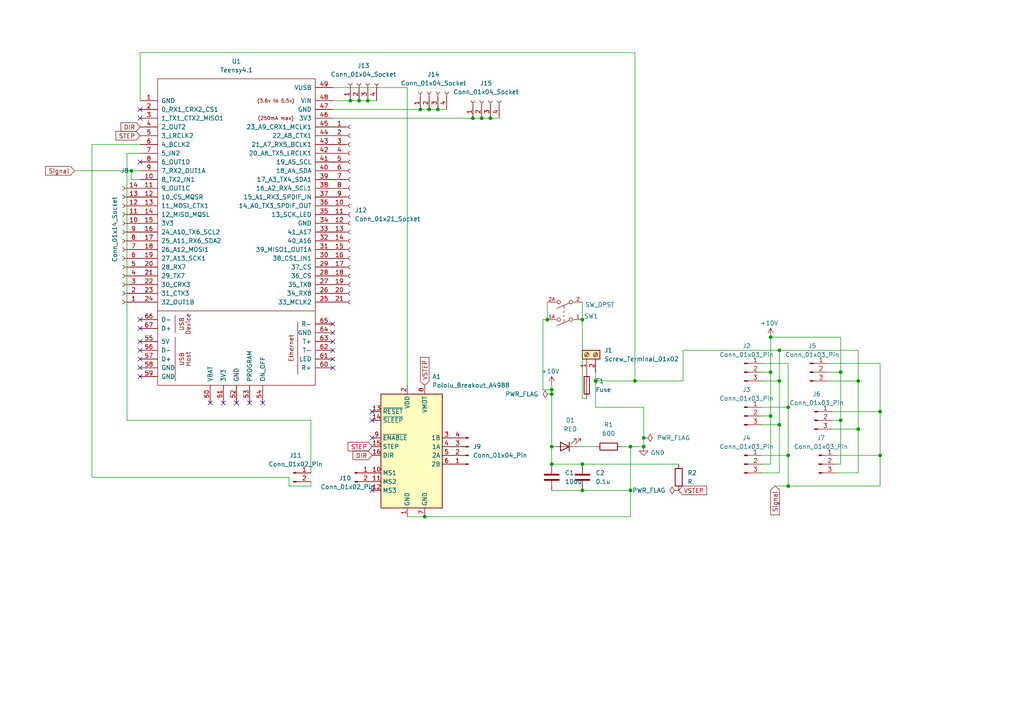
<source format=kicad_sch>
(kicad_sch (version 20231120) (generator "eeschema") (generator_version "8.0")
  (paper "A4")
  (lib_symbols
    (symbol "Connector:Conn_01x02_Pin" (pin_names (offset 1.016) hide)
      (property "Reference" "J" (at 0 2.54 0))
      (property "Value" "Conn_01x02_Pin" (at 0 -5.08 0))
      (symbol "Conn_01x02_Pin_1_1"
        (polyline (pts (xy 1.27 -2.54) (xy 0.8636 -2.54)) (stroke (width 0.1524)))
        (polyline (pts (xy 1.27 0) (xy 0.8636 0)) (stroke (width 0.1524)))
        (rectangle (start 0.8636 -2.413) (end 0 -2.667) (stroke (width 0.1524)) (fill (type outline)))
        (rectangle (start 0.8636 0.127) (end 0 -0.127) (stroke (width 0.1524)) (fill (type outline)))
        (pin passive line (at 5.08 0 180) (length 3.81) (name "Pin_1") (number "1"))
        (pin passive line (at 5.08 -2.54 180) (length 3.81) (name "Pin_2") (number "2"))
      )
    )
    (symbol "Connector:Conn_01x03_Pin" (pin_names (offset 1.016) hide)
      (property "Reference" "J" (at 0 5.08 0))
      (property "Value" "Conn_01x03_Pin" (at 0 -5.08 0))
      (symbol "Conn_01x03_Pin_1_1"
        (polyline (pts (xy 1.27 -2.54) (xy 0.8636 -2.54)) (stroke (width 0.1524)))
        (polyline (pts (xy 1.27 0) (xy 0.8636 0)) (stroke (width 0.1524)))
        (polyline (pts (xy 1.27 2.54) (xy 0.8636 2.54)) (stroke (width 0.1524)))
        (rectangle (start 0.8636 -2.413) (end 0 -2.667) (stroke (width 0.1524)) (fill (type outline)))
        (rectangle (start 0.8636 0.127) (end 0 -0.127) (stroke (width 0.1524)) (fill (type outline)))
        (rectangle (start 0.8636 2.667) (end 0 2.413) (stroke (width 0.1524)) (fill (type outline)))
        (pin passive line (at 5.08 2.54 180) (length 3.81) (name "Pin_1") (number "1"))
        (pin passive line (at 5.08 0 180) (length 3.81) (name "Pin_2") (number "2"))
        (pin passive line (at 5.08 -2.54 180) (length 3.81) (name "Pin_3") (number "3"))
      )
    )
    (symbol "Connector:Conn_01x04_Pin" (pin_names (offset 1.016) hide)
      (property "Reference" "J" (at 0 5.08 0))
      (property "Value" "Conn_01x04_Pin" (at 0 -7.62 0))
      (symbol "Conn_01x04_Pin_1_1"
        (polyline (pts (xy 1.27 -5.08) (xy 0.8636 -5.08)) (stroke (width 0.1524)))
        (polyline (pts (xy 1.27 -2.54) (xy 0.8636 -2.54)) (stroke (width 0.1524)))
        (polyline (pts (xy 1.27 0) (xy 0.8636 0)) (stroke (width 0.1524)))
        (polyline (pts (xy 1.27 2.54) (xy 0.8636 2.54)) (stroke (width 0.1524)))
        (rectangle (start 0.8636 -4.953) (end 0 -5.207) (stroke (width 0.1524)) (fill (type outline)))
        (rectangle (start 0.8636 -2.413) (end 0 -2.667) (stroke (width 0.1524)) (fill (type outline)))
        (rectangle (start 0.8636 0.127) (end 0 -0.127) (stroke (width 0.1524)) (fill (type outline)))
        (rectangle (start 0.8636 2.667) (end 0 2.413) (stroke (width 0.1524)) (fill (type outline)))
        (pin passive line (at 5.08 2.54 180) (length 3.81) (name "Pin_1") (number "1"))
        (pin passive line (at 5.08 0 180) (length 3.81) (name "Pin_2") (number "2"))
        (pin passive line (at 5.08 -2.54 180) (length 3.81) (name "Pin_3") (number "3"))
        (pin passive line (at 5.08 -5.08 180) (length 3.81) (name "Pin_4") (number "4"))
      )
    )
    (symbol "Connector:Conn_01x04_Socket" (pin_names (offset 1.016) hide)
      (property "Reference" "J" (at 0 5.08 0))
      (property "Value" "Conn_01x04_Socket" (at 0 -7.62 0))
      (symbol "Conn_01x04_Socket_1_1"
        (arc (start 0 -4.572) (mid -0.5058 -5.08) (end 0 -5.588) (stroke (width 0.1524)))
        (arc (start 0 -2.032) (mid -0.5058 -2.54) (end 0 -3.048) (stroke (width 0.1524)))
        (polyline (pts (xy -1.27 -5.08) (xy -0.508 -5.08)) (stroke (width 0.1524)))
        (polyline (pts (xy -1.27 -2.54) (xy -0.508 -2.54)) (stroke (width 0.1524)))
        (polyline (pts (xy -1.27 0) (xy -0.508 0)) (stroke (width 0.1524)))
        (polyline (pts (xy -1.27 2.54) (xy -0.508 2.54)) (stroke (width 0.1524)))
        (arc (start 0 0.508) (mid -0.5058 0) (end 0 -0.508) (stroke (width 0.1524)))
        (arc (start 0 3.048) (mid -0.5058 2.54) (end 0 2.032) (stroke (width 0.1524)))
        (pin passive line (at -5.08 2.54 0) (length 3.81) (name "Pin_1") (number "1"))
        (pin passive line (at -5.08 0 0) (length 3.81) (name "Pin_2") (number "2"))
        (pin passive line (at -5.08 -2.54 0) (length 3.81) (name "Pin_3") (number "3"))
        (pin passive line (at -5.08 -5.08 0) (length 3.81) (name "Pin_4") (number "4"))
      )
    )
    (symbol "Connector:Conn_01x14_Socket" (pin_names (offset 1.016) hide)
      (property "Reference" "J" (at 0 17.78 0))
      (property "Value" "Conn_01x14_Socket" (at 0 -20.32 0))
      (symbol "Conn_01x14_Socket_1_1"
        (arc (start 0 -17.272) (mid -0.5058 -17.78) (end 0 -18.288) (stroke (width 0.1524)))
        (arc (start 0 -14.732) (mid -0.5058 -15.24) (end 0 -15.748) (stroke (width 0.1524)))
        (arc (start 0 -12.192) (mid -0.5058 -12.7) (end 0 -13.208) (stroke (width 0.1524)))
        (arc (start 0 -9.652) (mid -0.5058 -10.16) (end 0 -10.668) (stroke (width 0.1524)))
        (arc (start 0 -7.112) (mid -0.5058 -7.62) (end 0 -8.128) (stroke (width 0.1524)))
        (arc (start 0 -4.572) (mid -0.5058 -5.08) (end 0 -5.588) (stroke (width 0.1524)))
        (arc (start 0 -2.032) (mid -0.5058 -2.54) (end 0 -3.048) (stroke (width 0.1524)))
        (polyline (pts (xy -1.27 -17.78) (xy -0.508 -17.78)) (stroke (width 0.1524)))
        (polyline (pts (xy -1.27 -15.24) (xy -0.508 -15.24)) (stroke (width 0.1524)))
        (polyline (pts (xy -1.27 -12.7) (xy -0.508 -12.7)) (stroke (width 0.1524)))
        (polyline (pts (xy -1.27 -10.16) (xy -0.508 -10.16)) (stroke (width 0.1524)))
        (polyline (pts (xy -1.27 -7.62) (xy -0.508 -7.62)) (stroke (width 0.1524)))
        (polyline (pts (xy -1.27 -5.08) (xy -0.508 -5.08)) (stroke (width 0.1524)))
        (polyline (pts (xy -1.27 -2.54) (xy -0.508 -2.54)) (stroke (width 0.1524)))
        (polyline (pts (xy -1.27 0) (xy -0.508 0)) (stroke (width 0.1524)))
        (polyline (pts (xy -1.27 2.54) (xy -0.508 2.54)) (stroke (width 0.1524)))
        (polyline (pts (xy -1.27 5.08) (xy -0.508 5.08)) (stroke (width 0.1524)))
        (polyline (pts (xy -1.27 7.62) (xy -0.508 7.62)) (stroke (width 0.1524)))
        (polyline (pts (xy -1.27 10.16) (xy -0.508 10.16)) (stroke (width 0.1524)))
        (polyline (pts (xy -1.27 12.7) (xy -0.508 12.7)) (stroke (width 0.1524)))
        (polyline (pts (xy -1.27 15.24) (xy -0.508 15.24)) (stroke (width 0.1524)))
        (arc (start 0 0.508) (mid -0.5058 0) (end 0 -0.508) (stroke (width 0.1524)))
        (arc (start 0 3.048) (mid -0.5058 2.54) (end 0 2.032) (stroke (width 0.1524)))
        (arc (start 0 5.588) (mid -0.5058 5.08) (end 0 4.572) (stroke (width 0.1524)))
        (arc (start 0 8.128) (mid -0.5058 7.62) (end 0 7.112) (stroke (width 0.1524)))
        (arc (start 0 10.668) (mid -0.5058 10.16) (end 0 9.652) (stroke (width 0.1524)))
        (arc (start 0 13.208) (mid -0.5058 12.7) (end 0 12.192) (stroke (width 0.1524)))
        (arc (start 0 15.748) (mid -0.5058 15.24) (end 0 14.732) (stroke (width 0.1524)))
        (pin passive line (at -5.08 15.24 0) (length 3.81) (name "Pin_1") (number "1"))
        (pin passive line (at -5.08 -7.62 0) (length 3.81) (name "Pin_10") (number "10"))
        (pin passive line (at -5.08 -10.16 0) (length 3.81) (name "Pin_11") (number "11"))
        (pin passive line (at -5.08 -12.7 0) (length 3.81) (name "Pin_12") (number "12"))
        (pin passive line (at -5.08 -15.24 0) (length 3.81) (name "Pin_13") (number "13"))
        (pin passive line (at -5.08 -17.78 0) (length 3.81) (name "Pin_14") (number "14"))
        (pin passive line (at -5.08 12.7 0) (length 3.81) (name "Pin_2") (number "2"))
        (pin passive line (at -5.08 10.16 0) (length 3.81) (name "Pin_3") (number "3"))
        (pin passive line (at -5.08 7.62 0) (length 3.81) (name "Pin_4") (number "4"))
        (pin passive line (at -5.08 5.08 0) (length 3.81) (name "Pin_5") (number "5"))
        (pin passive line (at -5.08 2.54 0) (length 3.81) (name "Pin_6") (number "6"))
        (pin passive line (at -5.08 0 0) (length 3.81) (name "Pin_7") (number "7"))
        (pin passive line (at -5.08 -2.54 0) (length 3.81) (name "Pin_8") (number "8"))
        (pin passive line (at -5.08 -5.08 0) (length 3.81) (name "Pin_9") (number "9"))
      )
    )
    (symbol "Connector:Conn_01x21_Socket" (pin_names (offset 1.016) hide)
      (property "Reference" "J" (at 0 27.94 0))
      (property "Value" "Conn_01x21_Socket" (at 0 -27.94 0))
      (symbol "Conn_01x21_Socket_1_1"
        (arc (start 0 -24.892) (mid -0.5058 -25.4) (end 0 -25.908) (stroke (width 0.1524)))
        (arc (start 0 -22.352) (mid -0.5058 -22.86) (end 0 -23.368) (stroke (width 0.1524)))
        (arc (start 0 -19.812) (mid -0.5058 -20.32) (end 0 -20.828) (stroke (width 0.1524)))
        (arc (start 0 -17.272) (mid -0.5058 -17.78) (end 0 -18.288) (stroke (width 0.1524)))
        (arc (start 0 -14.732) (mid -0.5058 -15.24) (end 0 -15.748) (stroke (width 0.1524)))
        (arc (start 0 -12.192) (mid -0.5058 -12.7) (end 0 -13.208) (stroke (width 0.1524)))
        (arc (start 0 -9.652) (mid -0.5058 -10.16) (end 0 -10.668) (stroke (width 0.1524)))
        (arc (start 0 -7.112) (mid -0.5058 -7.62) (end 0 -8.128) (stroke (width 0.1524)))
        (arc (start 0 -4.572) (mid -0.5058 -5.08) (end 0 -5.588) (stroke (width 0.1524)))
        (arc (start 0 -2.032) (mid -0.5058 -2.54) (end 0 -3.048) (stroke (width 0.1524)))
        (polyline (pts (xy -1.27 -25.4) (xy -0.508 -25.4)) (stroke (width 0.1524)))
        (polyline (pts (xy -1.27 -22.86) (xy -0.508 -22.86)) (stroke (width 0.1524)))
        (polyline (pts (xy -1.27 -20.32) (xy -0.508 -20.32)) (stroke (width 0.1524)))
        (polyline (pts (xy -1.27 -17.78) (xy -0.508 -17.78)) (stroke (width 0.1524)))
        (polyline (pts (xy -1.27 -15.24) (xy -0.508 -15.24)) (stroke (width 0.1524)))
        (polyline (pts (xy -1.27 -12.7) (xy -0.508 -12.7)) (stroke (width 0.1524)))
        (polyline (pts (xy -1.27 -10.16) (xy -0.508 -10.16)) (stroke (width 0.1524)))
        (polyline (pts (xy -1.27 -7.62) (xy -0.508 -7.62)) (stroke (width 0.1524)))
        (polyline (pts (xy -1.27 -5.08) (xy -0.508 -5.08)) (stroke (width 0.1524)))
        (polyline (pts (xy -1.27 -2.54) (xy -0.508 -2.54)) (stroke (width 0.1524)))
        (polyline (pts (xy -1.27 0) (xy -0.508 0)) (stroke (width 0.1524)))
        (polyline (pts (xy -1.27 2.54) (xy -0.508 2.54)) (stroke (width 0.1524)))
        (polyline (pts (xy -1.27 5.08) (xy -0.508 5.08)) (stroke (width 0.1524)))
        (polyline (pts (xy -1.27 7.62) (xy -0.508 7.62)) (stroke (width 0.1524)))
        (polyline (pts (xy -1.27 10.16) (xy -0.508 10.16)) (stroke (width 0.1524)))
        (polyline (pts (xy -1.27 12.7) (xy -0.508 12.7)) (stroke (width 0.1524)))
        (polyline (pts (xy -1.27 15.24) (xy -0.508 15.24)) (stroke (width 0.1524)))
        (polyline (pts (xy -1.27 17.78) (xy -0.508 17.78)) (stroke (width 0.1524)))
        (polyline (pts (xy -1.27 20.32) (xy -0.508 20.32)) (stroke (width 0.1524)))
        (polyline (pts (xy -1.27 22.86) (xy -0.508 22.86)) (stroke (width 0.1524)))
        (polyline (pts (xy -1.27 25.4) (xy -0.508 25.4)) (stroke (width 0.1524)))
        (arc (start 0 0.508) (mid -0.5058 0) (end 0 -0.508) (stroke (width 0.1524)))
        (arc (start 0 3.048) (mid -0.5058 2.54) (end 0 2.032) (stroke (width 0.1524)))
        (arc (start 0 5.588) (mid -0.5058 5.08) (end 0 4.572) (stroke (width 0.1524)))
        (arc (start 0 8.128) (mid -0.5058 7.62) (end 0 7.112) (stroke (width 0.1524)))
        (arc (start 0 10.668) (mid -0.5058 10.16) (end 0 9.652) (stroke (width 0.1524)))
        (arc (start 0 13.208) (mid -0.5058 12.7) (end 0 12.192) (stroke (width 0.1524)))
        (arc (start 0 15.748) (mid -0.5058 15.24) (end 0 14.732) (stroke (width 0.1524)))
        (arc (start 0 18.288) (mid -0.5058 17.78) (end 0 17.272) (stroke (width 0.1524)))
        (arc (start 0 20.828) (mid -0.5058 20.32) (end 0 19.812) (stroke (width 0.1524)))
        (arc (start 0 23.368) (mid -0.5058 22.86) (end 0 22.352) (stroke (width 0.1524)))
        (arc (start 0 25.908) (mid -0.5058 25.4) (end 0 24.892) (stroke (width 0.1524)))
        (pin passive line (at -5.08 25.4 0) (length 3.81) (name "Pin_1") (number "1"))
        (pin passive line (at -5.08 2.54 0) (length 3.81) (name "Pin_10") (number "10"))
        (pin passive line (at -5.08 0 0) (length 3.81) (name "Pin_11") (number "11"))
        (pin passive line (at -5.08 -2.54 0) (length 3.81) (name "Pin_12") (number "12"))
        (pin passive line (at -5.08 -5.08 0) (length 3.81) (name "Pin_13") (number "13"))
        (pin passive line (at -5.08 -7.62 0) (length 3.81) (name "Pin_14") (number "14"))
        (pin passive line (at -5.08 -10.16 0) (length 3.81) (name "Pin_15") (number "15"))
        (pin passive line (at -5.08 -12.7 0) (length 3.81) (name "Pin_16") (number "16"))
        (pin passive line (at -5.08 -15.24 0) (length 3.81) (name "Pin_17") (number "17"))
        (pin passive line (at -5.08 -17.78 0) (length 3.81) (name "Pin_18") (number "18"))
        (pin passive line (at -5.08 -20.32 0) (length 3.81) (name "Pin_19") (number "19"))
        (pin passive line (at -5.08 22.86 0) (length 3.81) (name "Pin_2") (number "2"))
        (pin passive line (at -5.08 -22.86 0) (length 3.81) (name "Pin_20") (number "20"))
        (pin passive line (at -5.08 -25.4 0) (length 3.81) (name "Pin_21") (number "21"))
        (pin passive line (at -5.08 20.32 0) (length 3.81) (name "Pin_3") (number "3"))
        (pin passive line (at -5.08 17.78 0) (length 3.81) (name "Pin_4") (number "4"))
        (pin passive line (at -5.08 15.24 0) (length 3.81) (name "Pin_5") (number "5"))
        (pin passive line (at -5.08 12.7 0) (length 3.81) (name "Pin_6") (number "6"))
        (pin passive line (at -5.08 10.16 0) (length 3.81) (name "Pin_7") (number "7"))
        (pin passive line (at -5.08 7.62 0) (length 3.81) (name "Pin_8") (number "8"))
        (pin passive line (at -5.08 5.08 0) (length 3.81) (name "Pin_9") (number "9"))
      )
    )
    (symbol "Connector:Screw_Terminal_01x02" (pin_names (offset 1.016) hide)
      (property "Reference" "J" (at 0 2.54 0))
      (property "Value" "Screw_Terminal_01x02" (at 0 -5.08 0))
      (symbol "Screw_Terminal_01x02_1_1"
        (rectangle (start -1.27 1.27) (end 1.27 -3.81) (stroke (width 0.254)) (fill (type background)))
        (circle (center 0 -2.54) (radius 0.635) (stroke (width 0.1524)))
        (polyline (pts (xy -0.5334 -2.2098) (xy 0.3302 -3.048)) (stroke (width 0.1524)))
        (polyline (pts (xy -0.5334 0.3302) (xy 0.3302 -0.508)) (stroke (width 0.1524)))
        (polyline (pts (xy -0.3556 -2.032) (xy 0.508 -2.8702)) (stroke (width 0.1524)))
        (polyline (pts (xy -0.3556 0.508) (xy 0.508 -0.3302)) (stroke (width 0.1524)))
        (circle (center 0 0) (radius 0.635) (stroke (width 0.1524)))
        (pin passive line (at -5.08 0 0) (length 3.81) (name "Pin_1") (number "1"))
        (pin passive line (at -5.08 -2.54 0) (length 3.81) (name "Pin_2") (number "2"))
      )
    )
    (symbol "Device:C" (pin_numbers hide) (pin_names (offset 0.254))
      (property "Reference" "C" (at 0.635 2.54 0))
      (property "Value" "C" (at 0.635 -2.54 0))
      (symbol "C_0_1"
        (polyline (pts (xy -2.032 -0.762) (xy 2.032 -0.762)) (stroke (width 0.508)))
        (polyline (pts (xy -2.032 0.762) (xy 2.032 0.762)) (stroke (width 0.508)))
      )
      (symbol "C_1_1"
        (pin passive line (at 0 3.81 270) (length 2.794) (name "~") (number "1"))
        (pin passive line (at 0 -3.81 90) (length 2.794) (name "~") (number "2"))
      )
    )
    (symbol "Device:Fuse" (pin_numbers hide) (pin_names (offset 0))
      (property "Reference" "F" (at 2.032 0 90))
      (property "Value" "Fuse" (at -1.905 0 90))
      (symbol "Fuse_0_1"
        (rectangle (start -0.762 -2.54) (end 0.762 2.54) (stroke (width 0.254)))
        (polyline (pts (xy 0 2.54) (xy 0 -2.54)))
      )
      (symbol "Fuse_1_1"
        (pin passive line (at 0 3.81 270) (length 1.27) (name "~") (number "1"))
        (pin passive line (at 0 -3.81 90) (length 1.27) (name "~") (number "2"))
      )
    )
    (symbol "Device:LED" (pin_numbers hide) (pin_names (offset 1.016) hide)
      (property "Reference" "D" (at 0 2.54 0))
      (property "Value" "LED" (at 0 -2.54 0))
      (symbol "LED_0_1"
        (polyline (pts (xy -1.27 -1.27) (xy -1.27 1.27)) (stroke (width 0.254)))
        (polyline (pts (xy -1.27 0) (xy 1.27 0)))
        (polyline (pts (xy 1.27 -1.27) (xy 1.27 1.27) (xy -1.27 0) (xy 1.27 -1.27)) (stroke (width 0.254)))
        (polyline (pts (xy -3.048 -0.762) (xy -4.572 -2.286) (xy -3.81 -2.286) (xy -4.572 -2.286) (xy -4.572 -1.524)))
        (polyline (pts (xy -1.778 -0.762) (xy -3.302 -2.286) (xy -2.54 -2.286) (xy -3.302 -2.286) (xy -3.302 -1.524)))
      )
      (symbol "LED_1_1"
        (pin passive line (at -3.81 0 0) (length 2.54) (name "K") (number "1"))
        (pin passive line (at 3.81 0 180) (length 2.54) (name "A") (number "2"))
      )
    )
    (symbol "Device:R" (pin_numbers hide) (pin_names (offset 0))
      (property "Reference" "R" (at 2.032 0 90))
      (property "Value" "R" (at 0 0 90))
      (symbol "R_0_1"
        (rectangle (start -1.016 -2.54) (end 1.016 2.54) (stroke (width 0.254)))
      )
      (symbol "R_1_1"
        (pin passive line (at 0 3.81 270) (length 1.27) (name "~") (number "1"))
        (pin passive line (at 0 -3.81 90) (length 1.27) (name "~") (number "2"))
      )
    )
    (symbol "Driver_Motor:Pololu_Breakout_A4988"
      (property "Reference" "A" (at -2.54 19.05 0))
      (property "Value" "Pololu_Breakout_A4988" (at -2.54 16.51 0))
      (symbol "Pololu_Breakout_A4988_0_1"
        (rectangle (start 10.16 -17.78) (end -7.62 15.24) (stroke (width 0.254)) (fill (type background)))
      )
      (symbol "Pololu_Breakout_A4988_1_1"
        (pin power_in line (at 0 -20.32 90) (length 2.54) (name "GND") (number "1"))
        (pin input line (at -10.16 -7.62 0) (length 2.54) (name "MS1") (number "10"))
        (pin input line (at -10.16 -10.16 0) (length 2.54) (name "MS2") (number "11"))
        (pin input line (at -10.16 -12.7 0) (length 2.54) (name "MS3") (number "12"))
        (pin input line (at -10.16 10.16 0) (length 2.54) (name "~{RESET}") (number "13"))
        (pin input line (at -10.16 7.62 0) (length 2.54) (name "~{SLEEP}") (number "14"))
        (pin input line (at -10.16 0 0) (length 2.54) (name "STEP") (number "15"))
        (pin input line (at -10.16 -2.54 0) (length 2.54) (name "DIR") (number "16"))
        (pin power_in line (at 0 17.78 270) (length 2.54) (name "VDD") (number "2"))
        (pin output line (at 12.7 2.54 180) (length 2.54) (name "1B") (number "3"))
        (pin output line (at 12.7 0 180) (length 2.54) (name "1A") (number "4"))
        (pin output line (at 12.7 -2.54 180) (length 2.54) (name "2A") (number "5"))
        (pin output line (at 12.7 -5.08 180) (length 2.54) (name "2B") (number "6"))
        (pin power_in line (at 5.08 -20.32 90) (length 2.54) (name "GND") (number "7"))
        (pin power_in line (at 5.08 17.78 270) (length 2.54) (name "VMOT") (number "8"))
        (pin input line (at -10.16 2.54 0) (length 2.54) (name "~{ENABLE}") (number "9"))
      )
    )
    (symbol "eec:V80102MS02Q" (pin_names (offset 1.016))
      (property "Reference" "SW" (at 0 5.08 0))
      (property "Value" "V80102MS02Q" (at 0 7.62 0))
      (symbol "V80102MS02Q_1_1"
        (polyline (pts (xy 6.35 -4.826) (xy 9.906 -3.302)))
        (polyline (pts (xy 6.35 0.254) (xy 9.906 1.778)))
        (polyline (pts (xy 7.874 -3.302) (xy 7.874 -4.064)))
        (polyline (pts (xy 7.874 -2.032) (xy 7.874 -2.54)))
        (polyline (pts (xy 7.874 -0.762) (xy 7.874 -1.27)))
        (polyline (pts (xy 7.874 0.762) (xy 7.874 0)))
        (circle (center 5.842 -5.08) (radius 0.508))
        (circle (center 5.842 0) (radius 0.508))
        (circle (center 9.398 -5.08) (radius 0.508))
        (circle (center 9.398 0) (radius 0.508))
        (pin passive line (at 2.54 0 0) (length 2.54) (name "1") (number "1"))
        (pin passive line (at 12.7 0 180) (length 2.54) (name "1A") (number "1A"))
        (pin passive line (at 2.54 -5.08 0) (length 2.54) (name "2") (number "2"))
        (pin passive line (at 12.7 -5.08 180) (length 2.54) (name "2A") (number "2A"))
      )
    )
    (symbol "power:+12V" (power) (pin_numbers hide) (pin_names (offset 0) hide)
      (property "Value" "+12V" (at 0 3.556 0))
      (symbol "+12V_0_1"
        (polyline (pts (xy -0.762 1.27) (xy 0 2.54)))
        (polyline (pts (xy 0 0) (xy 0 2.54)))
        (polyline (pts (xy 0 2.54) (xy 0.762 1.27)))
      )
      (symbol "+12V_1_1"
        (pin power_in line (at 0 0 90) (length 0) (name "~") (number "1"))
      )
    )
    (symbol "power:GND" (power) (pin_numbers hide) (pin_names (offset 0) hide)
      (property "Value" "GND" (at 0 -3.81 0))
      (symbol "GND_0_1"
        (polyline (pts (xy 0 0) (xy 0 -1.27) (xy 1.27 -1.27) (xy 0 -2.54) (xy -1.27 -1.27) (xy 0 -1.27)))
      )
      (symbol "GND_1_1"
        (pin power_in line (at 0 0 270) (length 0) (name "~") (number "1"))
      )
    )
    (symbol "power:PWR_FLAG" (power) (pin_numbers hide) (pin_names (offset 0) hide)
      (property "Value" "PWR_FLAG" (at 0 3.81 0))
      (symbol "PWR_FLAG_0_0"
        (pin power_out line (at 0 0 90) (length 0) (name "~") (number "1"))
      )
      (symbol "PWR_FLAG_0_1"
        (polyline (pts (xy 0 0) (xy 0 1.27) (xy -1.016 1.905) (xy 0 2.54) (xy 1.016 1.905) (xy 0 1.27)))
      )
    )
    (symbol "teensy:Teensy4.1" (pin_names (offset 1.016))
      (property "Reference" "U" (at 0 64.77 0))
      (property "Value" "Teensy4.1" (at 0 62.23 0))
      (symbol "Teensy4.1_0_0"
        (polyline (pts (xy -22.86 -6.35) (xy 22.86 -6.35)))
        (polyline (pts (xy -17.78 -26.67) (xy -17.78 -13.97)))
        (polyline (pts (xy -17.78 -7.62) (xy -17.78 -12.7)))
        (polyline (pts (xy 17.78 -9.525) (xy 17.78 -24.765)))
        (text "(250mA max)" (at 11.43 49.53 0) (effects (font (size 1.016 1.016))))
        (text "(3.6v to 5.5v)" (at 11.43 54.61 0) (effects (font (size 1.016 1.016))))
        (text "Device" (at -13.97 -10.16 900) (effects (font (size 1.27 1.27))))
        (text "Ethernet" (at 15.875 -17.145 900) (effects (font (size 1.27 1.27))))
        (text "Host" (at -13.97 -20.32 900) (effects (font (size 1.27 1.27))))
        (text "USB" (at -15.875 -20.32 900) (effects (font (size 1.27 1.27))))
        (text "USB" (at -15.875 -10.16 900) (effects (font (size 1.27 1.27))))
        (pin bidirectional line (at -27.94 31.75 0) (length 5.08) (name "8_TX2_IN1") (number "10"))
        (pin bidirectional line (at -27.94 29.21 0) (length 5.08) (name "9_OUT1C") (number "11"))
        (pin bidirectional line (at -27.94 26.67 0) (length 5.08) (name "10_CS_MQSR") (number "12"))
        (pin bidirectional line (at -27.94 24.13 0) (length 5.08) (name "11_MOSI_CTX1") (number "13"))
        (pin bidirectional line (at -27.94 21.59 0) (length 5.08) (name "12_MISO_MQSL") (number "14"))
        (pin power_in line (at -27.94 19.05 0) (length 5.08) (name "3V3") (number "15"))
        (pin bidirectional line (at -27.94 16.51 0) (length 5.08) (name "24_A10_TX6_SCL2") (number "16"))
        (pin bidirectional line (at -27.94 13.97 0) (length 5.08) (name "25_A11_RX6_SDA2") (number "17"))
        (pin bidirectional line (at -27.94 11.43 0) (length 5.08) (name "26_A12_MOSI1") (number "18"))
        (pin bidirectional line (at -27.94 8.89 0) (length 5.08) (name "27_A13_SCK1") (number "19"))
        (pin bidirectional line (at -27.94 6.35 0) (length 5.08) (name "28_RX7") (number "20"))
        (pin bidirectional line (at -27.94 3.81 0) (length 5.08) (name "29_TX7") (number "21"))
        (pin bidirectional line (at -27.94 1.27 0) (length 5.08) (name "30_CRX3") (number "22"))
        (pin bidirectional line (at -27.94 -1.27 0) (length 5.08) (name "31_CTX3") (number "23"))
        (pin bidirectional line (at -27.94 -3.81 0) (length 5.08) (name "32_OUT1B") (number "24"))
        (pin bidirectional line (at 27.94 -3.81 180) (length 5.08) (name "33_MCLK2") (number "25"))
        (pin bidirectional line (at 27.94 -1.27 180) (length 5.08) (name "34_RX8") (number "26"))
        (pin bidirectional line (at 27.94 1.27 180) (length 5.08) (name "35_TX8") (number "27"))
        (pin bidirectional line (at 27.94 3.81 180) (length 5.08) (name "36_CS") (number "28"))
        (pin bidirectional line (at 27.94 6.35 180) (length 5.08) (name "37_CS") (number "29"))
        (pin bidirectional line (at 27.94 8.89 180) (length 5.08) (name "38_CS1_IN1") (number "30"))
        (pin bidirectional line (at 27.94 11.43 180) (length 5.08) (name "39_MISO1_OUT1A") (number "31"))
        (pin bidirectional line (at 27.94 13.97 180) (length 5.08) (name "40_A16") (number "32"))
        (pin bidirectional line (at 27.94 16.51 180) (length 5.08) (name "41_A17") (number "33"))
        (pin bidirectional line (at 27.94 21.59 180) (length 5.08) (name "13_SCK_LED") (number "35"))
        (pin bidirectional line (at 27.94 24.13 180) (length 5.08) (name "14_A0_TX3_SPDIF_OUT") (number "36"))
        (pin bidirectional line (at 27.94 26.67 180) (length 5.08) (name "15_A1_RX3_SPDIF_IN") (number "37"))
        (pin bidirectional line (at 27.94 29.21 180) (length 5.08) (name "16_A2_RX4_SCL1") (number "38"))
        (pin bidirectional line (at 27.94 31.75 180) (length 5.08) (name "17_A3_TX4_SDA1") (number "39"))
        (pin bidirectional line (at 27.94 34.29 180) (length 5.08) (name "18_A4_SDA") (number "40"))
        (pin bidirectional line (at 27.94 36.83 180) (length 5.08) (name "19_A5_SCL") (number "41"))
        (pin bidirectional line (at 27.94 39.37 180) (length 5.08) (name "20_A6_TX5_LRCLK1") (number "42"))
        (pin bidirectional line (at 27.94 41.91 180) (length 5.08) (name "21_A7_RX5_BCLK1") (number "43"))
        (pin bidirectional line (at 27.94 44.45 180) (length 5.08) (name "22_A8_CTX1") (number "44"))
        (pin bidirectional line (at 27.94 46.99 180) (length 5.08) (name "23_A9_CRX1_MCLK1") (number "45"))
        (pin output line (at 27.94 49.53 180) (length 5.08) (name "3V3") (number "46"))
        (pin output line (at 27.94 52.07 180) (length 5.08) (name "GND") (number "47"))
        (pin power_in line (at 27.94 54.61 180) (length 5.08) (name "VIN") (number "48"))
        (pin power_out line (at 27.94 58.42 180) (length 5.08) (name "VUSB") (number "49"))
        (pin bidirectional line (at -27.94 44.45 0) (length 5.08) (name "3_LRCLK2") (number "5"))
        (pin power_in line (at -7.62 -33.02 90) (length 5.08) (name "VBAT") (number "50"))
        (pin power_in line (at -3.81 -33.02 90) (length 5.08) (name "3V3") (number "51"))
        (pin input line (at 0 -33.02 90) (length 5.08) (name "GND") (number "52"))
        (pin input line (at 3.81 -33.02 90) (length 5.08) (name "PROGRAM") (number "53"))
        (pin input line (at 7.62 -33.02 90) (length 5.08) (name "ON_OFF") (number "54"))
        (pin power_out line (at -27.94 -15.24 0) (length 5.08) (name "5V") (number "55"))
        (pin bidirectional line (at -27.94 -17.78 0) (length 5.08) (name "D-") (number "56"))
        (pin bidirectional line (at -27.94 -20.32 0) (length 5.08) (name "D+") (number "57"))
        (pin power_in line (at -27.94 -22.86 0) (length 5.08) (name "GND") (number "58"))
        (pin power_in line (at -27.94 -25.4 0) (length 5.08) (name "GND") (number "59"))
        (pin bidirectional line (at -27.94 41.91 0) (length 5.08) (name "4_BCLK2") (number "6"))
        (pin bidirectional line (at 27.94 -22.86 180) (length 5.08) (name "R+") (number "60"))
        (pin bidirectional line (at 27.94 -20.32 180) (length 5.08) (name "LED") (number "61"))
        (pin bidirectional line (at 27.94 -17.78 180) (length 5.08) (name "T-") (number "62"))
        (pin bidirectional line (at 27.94 -15.24 180) (length 5.08) (name "T+") (number "63"))
        (pin power_in line (at 27.94 -12.7 180) (length 5.08) (name "GND") (number "64"))
        (pin bidirectional line (at 27.94 -10.16 180) (length 5.08) (name "R-") (number "65"))
        (pin bidirectional line (at -27.94 -8.89 0) (length 5.08) (name "D-") (number "66"))
        (pin bidirectional line (at -27.94 -11.43 0) (length 5.08) (name "D+") (number "67"))
        (pin bidirectional line (at -27.94 39.37 0) (length 5.08) (name "5_IN2") (number "7"))
        (pin bidirectional line (at -27.94 36.83 0) (length 5.08) (name "6_OUT1D") (number "8"))
        (pin bidirectional line (at -27.94 34.29 0) (length 5.08) (name "7_RX2_OUT1A") (number "9"))
      )
      (symbol "Teensy4.1_0_1"
        (rectangle (start -22.86 60.96) (end 22.86 -27.94))
        (rectangle (start -20.32 -1.27) (end -20.32 -1.27))
      )
      (symbol "Teensy4.1_1_1"
        (pin power_in line (at -27.94 54.61 0) (length 5.08) (name "GND") (number "1"))
        (pin bidirectional line (at -27.94 52.07 0) (length 5.08) (name "0_RX1_CRX2_CS1") (number "2"))
        (pin bidirectional line (at -27.94 49.53 0) (length 5.08) (name "1_TX1_CTX2_MISO1") (number "3"))
        (pin power_in line (at 27.94 19.05 180) (length 5.08) (name "GND") (number "34"))
        (pin bidirectional line (at -27.94 46.99 0) (length 5.08) (name "2_OUT2") (number "4"))
      )
    )
  )
  (junction (at 160.02 113.03))
  (junction (at 184.15 110.49))
  (junction (at 228.6 118.11))
  (junction (at 139.7 34.29))
  (junction (at 226.06 123.19))
  (junction (at 127 31.75))
  (junction (at 142.24 34.29))
  (junction (at 106.68 29.21))
  (junction (at 158.75 92.71))
  (junction (at 124.46 31.75))
  (junction (at 121.92 31.75))
  (junction (at 243.84 121.92))
  (junction (at 182.88 129.54))
  (junction (at 223.52 120.65))
  (junction (at 226.06 110.49))
  (junction (at 38.1 49.53))
  (junction (at 172.72 110.49))
  (junction (at 182.88 142.24))
  (junction (at 186.69 129.54))
  (junction (at 186.69 127))
  (junction (at 228.6 132.08))
  (junction (at 223.52 107.95))
  (junction (at 104.14 29.21))
  (junction (at 255.27 132.08))
  (junction (at 168.91 92.71))
  (junction (at 168.91 142.24))
  (junction (at 160.02 129.54))
  (junction (at 255.27 119.38))
  (junction (at 243.84 107.95))
  (junction (at 101.6 29.21))
  (junction (at 137.16 34.29))
  (junction (at 168.91 134.62))
  (junction (at 123.19 149.86))
  (junction (at 248.92 110.49))
  (junction (at 160.02 114.3))
  (junction (at 160.02 134.62))
  (junction (at 226.06 101.6))
  (junction (at 228.6 140.97))
  (junction (at 223.52 97.79))
  (junction (at 248.92 124.46))
  (no_connect (at 40.64 101.6))
  (no_connect (at 107.95 142.24))
  (no_connect (at 107.95 119.38))
  (no_connect (at 96.52 101.6))
  (no_connect (at 40.64 46.99))
  (no_connect (at 107.95 121.92))
  (no_connect (at 40.64 31.75))
  (no_connect (at 68.58 116.84))
  (no_connect (at 107.95 127))
  (no_connect (at 96.52 104.14))
  (no_connect (at 64.77 116.84))
  (no_connect (at 40.64 109.22))
  (no_connect (at 40.64 92.71))
  (no_connect (at 40.64 99.06))
  (no_connect (at 96.52 93.98))
  (no_connect (at 76.2 116.84))
  (no_connect (at 40.64 106.68))
  (no_connect (at 40.64 95.25))
  (no_connect (at 40.64 104.14))
  (no_connect (at 60.96 116.84))
  (no_connect (at 96.52 106.68))
  (no_connect (at 96.52 99.06))
  (no_connect (at 72.39 116.84))
  (no_connect (at 40.64 34.29))
  (no_connect (at 96.52 96.52))
  (wire (pts (xy 90.17 137.16) (xy 90.17 121.92)))
  (wire (pts (xy 40.64 29.21) (xy 40.64 15.24)))
  (wire (pts (xy 118.11 149.86) (xy 123.19 149.86)))
  (wire (pts (xy 242.57 134.62) (xy 243.84 134.62)))
  (wire (pts (xy 36.83 44.45) (xy 40.64 44.45)))
  (wire (pts (xy 223.52 97.79) (xy 223.52 107.95)))
  (wire (pts (xy 83.82 140.97) (xy 90.17 140.97)))
  (wire (pts (xy 83.82 138.43) (xy 83.82 140.97)))
  (wire (pts (xy 226.06 101.6) (xy 248.92 101.6)))
  (wire (pts (xy 118.11 25.4) (xy 96.52 25.4)))
  (wire (pts (xy 21.59 49.53) (xy 38.1 49.53)))
  (wire (pts (xy 167.64 129.54) (xy 172.72 129.54)))
  (wire (pts (xy 186.69 127) (xy 186.69 129.54)))
  (wire (pts (xy 184.15 110.49) (xy 198.12 110.49)))
  (wire (pts (xy 137.16 34.29) (xy 139.7 34.29)))
  (wire (pts (xy 241.3 119.38) (xy 255.27 119.38)))
  (wire (pts (xy 26.67 41.91) (xy 40.64 41.91)))
  (wire (pts (xy 226.06 123.19) (xy 226.06 137.16)))
  (wire (pts (xy 220.98 118.11) (xy 228.6 118.11)))
  (wire (pts (xy 90.17 121.92) (xy 36.83 121.92)))
  (wire (pts (xy 168.91 87.63) (xy 168.91 92.71)))
  (wire (pts (xy 223.52 107.95) (xy 220.98 107.95)))
  (wire (pts (xy 182.88 142.24) (xy 182.88 149.86)))
  (wire (pts (xy 168.91 142.24) (xy 182.88 142.24)))
  (wire (pts (xy 172.72 118.11) (xy 186.69 118.11)))
  (wire (pts (xy 101.6 29.21) (xy 104.14 29.21)))
  (wire (pts (xy 223.52 120.65) (xy 223.52 134.62)))
  (wire (pts (xy 180.34 129.54) (xy 182.88 129.54)))
  (wire (pts (xy 226.06 110.49) (xy 226.06 101.6)))
  (wire (pts (xy 96.52 31.75) (xy 121.92 31.75)))
  (wire (pts (xy 228.6 105.41) (xy 228.6 118.11)))
  (wire (pts (xy 40.64 49.53) (xy 38.1 49.53)))
  (wire (pts (xy 26.67 41.91) (xy 26.67 138.43)))
  (wire (pts (xy 158.75 87.63) (xy 158.75 92.71)))
  (wire (pts (xy 139.7 34.29) (xy 142.24 34.29)))
  (wire (pts (xy 255.27 132.08) (xy 255.27 140.97)))
  (wire (pts (xy 243.84 121.92) (xy 243.84 134.62)))
  (wire (pts (xy 160.02 113.03) (xy 160.02 114.3)))
  (wire (pts (xy 157.48 92.71) (xy 157.48 113.03)))
  (wire (pts (xy 160.02 142.24) (xy 168.91 142.24)))
  (wire (pts (xy 248.92 124.46) (xy 248.92 137.16)))
  (wire (pts (xy 255.27 105.41) (xy 255.27 119.38)))
  (wire (pts (xy 248.92 101.6) (xy 248.92 110.49)))
  (wire (pts (xy 157.48 92.71) (xy 158.75 92.71)))
  (wire (pts (xy 106.68 29.21) (xy 109.22 29.21)))
  (wire (pts (xy 240.03 105.41) (xy 255.27 105.41)))
  (wire (pts (xy 198.12 101.6) (xy 198.12 110.49)))
  (wire (pts (xy 121.92 31.75) (xy 124.46 31.75)))
  (wire (pts (xy 90.17 140.97) (xy 90.17 139.7)))
  (wire (pts (xy 223.52 134.62) (xy 220.98 134.62)))
  (wire (pts (xy 224.79 140.97) (xy 228.6 140.97)))
  (wire (pts (xy 248.92 137.16) (xy 242.57 137.16)))
  (wire (pts (xy 248.92 110.49) (xy 248.92 124.46)))
  (wire (pts (xy 226.06 101.6) (xy 198.12 101.6)))
  (wire (pts (xy 172.72 110.49) (xy 172.72 118.11)))
  (wire (pts (xy 172.72 107.95) (xy 172.72 110.49)))
  (wire (pts (xy 40.64 15.24) (xy 184.15 15.24)))
  (wire (pts (xy 38.1 52.07) (xy 40.64 52.07)))
  (wire (pts (xy 241.3 121.92) (xy 243.84 121.92)))
  (wire (pts (xy 228.6 132.08) (xy 228.6 140.97)))
  (wire (pts (xy 220.98 105.41) (xy 228.6 105.41)))
  (wire (pts (xy 241.3 124.46) (xy 248.92 124.46)))
  (wire (pts (xy 220.98 123.19) (xy 226.06 123.19)))
  (wire (pts (xy 255.27 119.38) (xy 255.27 132.08)))
  (wire (pts (xy 96.52 34.29) (xy 137.16 34.29)))
  (wire (pts (xy 36.83 44.45) (xy 36.83 121.92)))
  (wire (pts (xy 184.15 110.49) (xy 172.72 110.49)))
  (wire (pts (xy 243.84 97.79) (xy 243.84 107.95)))
  (wire (pts (xy 242.57 132.08) (xy 255.27 132.08)))
  (wire (pts (xy 226.06 137.16) (xy 220.98 137.16)))
  (wire (pts (xy 123.19 149.86) (xy 182.88 149.86)))
  (wire (pts (xy 184.15 15.24) (xy 184.15 110.49)))
  (wire (pts (xy 223.52 107.95) (xy 223.52 120.65)))
  (wire (pts (xy 243.84 107.95) (xy 240.03 107.95)))
  (wire (pts (xy 160.02 134.62) (xy 168.91 134.62)))
  (wire (pts (xy 223.52 97.79) (xy 243.84 97.79)))
  (wire (pts (xy 243.84 107.95) (xy 243.84 121.92)))
  (wire (pts (xy 228.6 140.97) (xy 255.27 140.97)))
  (wire (pts (xy 127 31.75) (xy 129.54 31.75)))
  (wire (pts (xy 104.14 29.21) (xy 106.68 29.21)))
  (wire (pts (xy 26.67 138.43) (xy 83.82 138.43)))
  (wire (pts (xy 96.52 29.21) (xy 101.6 29.21)))
  (wire (pts (xy 220.98 110.49) (xy 226.06 110.49)))
  (wire (pts (xy 168.91 134.62) (xy 196.85 134.62)))
  (wire (pts (xy 226.06 110.49) (xy 226.06 123.19)))
  (wire (pts (xy 142.24 34.29) (xy 144.78 34.29)))
  (wire (pts (xy 182.88 129.54) (xy 186.69 129.54)))
  (wire (pts (xy 228.6 118.11) (xy 228.6 132.08)))
  (wire (pts (xy 223.52 120.65) (xy 220.98 120.65)))
  (wire (pts (xy 186.69 118.11) (xy 186.69 127)))
  (wire (pts (xy 182.88 142.24) (xy 182.88 129.54)))
  (wire (pts (xy 220.98 132.08) (xy 228.6 132.08)))
  (wire (pts (xy 38.1 49.53) (xy 38.1 52.07)))
  (wire (pts (xy 170.18 115.57) (xy 168.91 115.57)))
  (wire (pts (xy 124.46 31.75) (xy 127 31.75)))
  (wire (pts (xy 157.48 113.03) (xy 160.02 113.03)))
  (wire (pts (xy 118.11 111.76) (xy 118.11 25.4)))
  (wire (pts (xy 160.02 114.3) (xy 160.02 129.54)))
  (wire (pts (xy 160.02 111.76) (xy 160.02 113.03)))
  (wire (pts (xy 240.03 110.49) (xy 248.92 110.49)))
  (wire (pts (xy 168.91 92.71) (xy 168.91 115.57)))
  (wire (pts (xy 160.02 129.54) (xy 160.02 134.62)))
  (global_label "STEP" (shape input) (at 40.64 39.37 180) (property "Intersheetrefs" "${INTERSHEET_REFS}" (effects (hide yes))))
  (global_label "DIR" (shape input) (at 40.64 36.83 180) (property "Intersheetrefs" "${INTERSHEET_REFS}" (effects (hide yes))))
  (global_label "Signal" (shape input) (at 224.79 140.97 270) (property "Intersheetrefs" "Signal" (effects (hide yes))))
  (global_label "Signal" (shape input) (at 21.59 49.53 180) (property "Intersheetrefs" "Signal" (effects (hide yes))))
  (global_label "DIR" (shape input) (at 107.95 132.08 180) (property "Intersheetrefs" "${INTERSHEET_REFS}" (effects (hide yes))))
  (global_label "VSTEP" (shape input) (at 123.19 111.76 90) (property "Intersheetrefs" "${INTERSHEET_REFS}" (effects (hide yes))))
  (global_label "VSTEP" (shape input) (at 196.85 142.24 0) (property "Intersheetrefs" "${INTERSHEET_REFS}" (effects (hide yes))))
  (global_label "STEP" (shape input) (at 107.95 129.54 180) (property "Intersheetrefs" "${INTERSHEET_REFS}" (effects (hide yes))))
  (symbol (lib_id "Connector:Conn_01x03_Pin") (at 236.22 121.92 0) (unit 1)
    (property "Reference" "J6" (at 236.855 114.3 0))
    (property "Value" "Conn_01x03_Pin" (at 236.855 116.84 0))
    (property "Footprint" "Connector_JST:JST_PH_B3B-PH-K_1x03_P2.00mm_Vertical" (effects (hide yes)))
    (property "Description" "Generic connector, single row, 01x03, script generated" (effects (hide yes)))
  )
  (symbol (lib_id "power:PWR_FLAG") (at 196.85 142.24 90) (unit 1)
    (property "Reference" "#FLG03" (effects (hide yes)))
    (property "Value" "PWR_FLAG" (at 193.04 142.2399 90) (effects (justify left)))
    (property "Description" "Special symbol for telling ERC where power comes from" (effects (hide yes)))
  )
  (symbol (lib_id "Connector:Screw_Terminal_01x02") (at 170.18 102.87 90) (unit 1)
    (property "Reference" "J1" (at 175.26 101.5999 90) (effects (justify right)))
    (property "Value" "Screw_Terminal_01x02" (at 175.26 104.1399 90) (effects (justify right)))
    (property "Footprint" "TerminalBlock_Altech:Altech_AK100_1x02_P5.00mm" (effects (hide yes)))
    (property "Description" "Generic screw terminal, single row, 01x02, script generated (kicad-library-utils/schlib/autogen/connector/)" (effects (hide yes)))
  )
  (symbol (lib_id "Connector:Conn_01x03_Pin") (at 215.9 107.95 0) (unit 1)
    (property "Reference" "J2" (at 216.535 100.33 0))
    (property "Value" "Conn_01x03_Pin" (at 216.535 102.87 0))
    (property "Footprint" "Connector_JST:JST_PH_B3B-PH-K_1x03_P2.00mm_Vertical" (effects (hide yes)))
    (property "Description" "Generic connector, single row, 01x03, script generated" (effects (hide yes)))
  )
  (symbol (lib_id "Connector:Conn_01x03_Pin") (at 234.95 107.95 0) (unit 1)
    (property "Reference" "J5" (at 235.585 100.33 0))
    (property "Value" "Conn_01x03_Pin" (at 235.585 102.87 0))
    (property "Footprint" "Connector_JST:JST_PH_B3B-PH-K_1x03_P2.00mm_Vertical" (effects (hide yes)))
    (property "Description" "Generic connector, single row, 01x03, script generated" (effects (hide yes)))
  )
  (symbol (lib_id "Connector:Conn_01x03_Pin") (at 215.9 134.62 0) (unit 1)
    (property "Reference" "J4" (at 216.535 127 0))
    (property "Value" "Conn_01x03_Pin" (at 216.535 129.54 0))
    (property "Footprint" "Connector_JST:JST_PH_B3B-PH-K_1x03_P2.00mm_Vertical" (effects (hide yes)))
    (property "Description" "Generic connector, single row, 01x03, script generated" (effects (hide yes)))
  )
  (symbol (lib_id "Connector:Conn_01x04_Socket") (at 104.14 24.13 90) (unit 1)
    (property "Reference" "J13" (at 105.41 19.05 90))
    (property "Value" "Conn_01x04_Socket" (at 105.41 21.59 90))
    (property "Footprint" "Connector_PinSocket_2.00mm:PinSocket_1x04_P2.00mm_Vertical" (effects (hide yes)))
    (property "Description" "Generic connector, single row, 01x04, script generated" (effects (hide yes)))
  )
  (symbol (lib_id "Device:Fuse") (at 170.18 111.76 0) (unit 1)
    (property "Reference" "F1" (at 172.72 110.4899 0) (effects (justify left)))
    (property "Value" "Fuse" (at 172.72 113.0299 0) (effects (justify left)))
    (property "Footprint" "Fuse:Fuseholder_Blade_ATO_Littelfuse_Pudenz_2_Pin" (effects (hide yes)))
    (property "Description" "Fuse" (effects (hide yes)))
  )
  (symbol (lib_id "power:+12V") (at 160.02 111.76 0) (unit 1)
    (property "Reference" "#PWR01" (effects (hide yes)))
    (property "Value" "+10V" (at 156.972 107.696 0) (effects (justify left)))
    (property "Description" "Power symbol creates a global label with name \"+12V\"" (effects (hide yes)))
  )
  (symbol (lib_id "Driver_Motor:Pololu_Breakout_A4988") (at 118.11 129.54 0) (unit 1)
    (property "Reference" "A1" (at 125.3841 109.22 0) (effects (justify left)))
    (property "Value" "Pololu_Breakout_A4988" (at 125.3841 111.76 0) (effects (justify left)))
    (property "Footprint" "Module:Pololu_Breakout-16_15.2x20.3mm" (effects (hide yes)))
    (property "Datasheet" "https://www.pololu.com/product/2980/pictures" (effects (hide yes)))
    (property "Description" "Pololu Breakout Board, Stepper Driver A4988" (effects (hide yes)))
  )
  (symbol (lib_id "power:PWR_FLAG") (at 186.69 127 270) (unit 1)
    (property "Reference" "#FLG02" (effects (hide yes)))
    (property "Value" "PWR_FLAG" (at 190.5 126.9999 90) (effects (justify left)))
    (property "Description" "Special symbol for telling ERC where power comes from" (effects (hide yes)))
  )
  (symbol (lib_id "power:PWR_FLAG") (at 160.02 114.3 90) (unit 1)
    (property "Reference" "#FLG01" (effects (hide yes)))
    (property "Value" "PWR_FLAG" (at 156.21 114.2999 90) (effects (justify left)))
    (property "Description" "Special symbol for telling ERC where power comes from" (effects (hide yes)))
  )
  (symbol (lib_id "Connector:Conn_01x04_Socket") (at 139.7 29.21 90) (unit 1)
    (property "Reference" "J15" (at 140.97 24.13 90))
    (property "Value" "Conn_01x04_Socket" (at 140.97 26.67 90))
    (property "Footprint" "Connector_PinSocket_2.00mm:PinSocket_1x04_P2.00mm_Vertical" (effects (hide yes)))
    (property "Description" "Generic connector, single row, 01x04, script generated" (effects (hide yes)))
  )
  (symbol (lib_id "power:GND") (at 186.69 129.54 0) (unit 1)
    (property "Reference" "#PWR02" (effects (hide yes)))
    (property "Value" "GND" (at 190.754 131.318 0))
    (property "Description" "Power symbol creates a global label with name \"GND\" , ground" (effects (hide yes)))
  )
  (symbol (lib_id "Connector:Conn_01x04_Socket") (at 124.46 26.67 90) (unit 1)
    (property "Reference" "J14" (at 125.73 21.59 90))
    (property "Value" "Conn_01x04_Socket" (at 125.73 24.13 90))
    (property "Footprint" "Connector_PinSocket_2.00mm:PinSocket_1x04_P2.00mm_Vertical" (effects (hide yes)))
    (property "Description" "Generic connector, single row, 01x04, script generated" (effects (hide yes)))
  )
  (symbol (lib_id "Connector:Conn_01x14_Socket") (at 35.56 72.39 180) (unit 1)
    (property "Reference" "J8" (at 36.195 49.53 0))
    (property "Value" "Conn_01x14_Socket" (at 33.274 66.548 90))
    (property "Footprint" "Connector_PinSocket_2.54mm:PinSocket_1x14_P2.54mm_Vertical" (effects (hide yes)))
    (property "Description" "Generic connector, single row, 01x14, script generated" (effects (hide yes)))
  )
  (symbol (lib_id "Device:C") (at 160.02 138.43 0) (unit 1)
    (property "Reference" "C1" (at 163.83 137.1599 0) (effects (justify left)))
    (property "Value" "100u" (at 163.83 139.6999 0) (effects (justify left)))
    (property "Footprint" "Capacitor_THT:CP_Radial_D4.0mm_P2.00mm" (effects (hide yes)))
    (property "Description" "Unpolarized capacitor" (effects (hide yes)))
  )
  (symbol (lib_id "eec:V80102MS02Q") (at 171.45 92.71 180) (unit 1)
    (property "Reference" "SW1" (at 171.45 91.694 0))
    (property "Value" "SW_DPST" (at 173.99 88.392 0))
    (property "Footprint" "eec:CK_Components-V80102MS02Q-MFG" (effects (hide yes)))
    (property "Datasheet" "https://www.ckswitches.com/media/1427/v.pdf" (effects (hide yes)))
    (property "Description" "V80102MS02Q" (effects (hide yes)))
    (property "automotive" "No" (effects (hide yes)))
    (property "category" "Switch" (effects (hide yes)))
    (property "contact current rating" "10A" (effects (hide yes)))
    (property "contact resistance" "10mΩ" (effects (hide yes)))
    (property "device class L1" "Electromechanical" (effects (hide yes)))
    (property "device class L2" "Switches" (effects (hide yes)))
    (property "device class L3" "Slide Switches" (effects (hide yes)))
    (property "digikey description" "SWITCH SLIDE DPST 10A 125V" (effects (hide yes)))
    (property "digikey part number" "CKN11958-ND" (effects (hide yes)))
    (property "electromechanical life" "10000Cycles" (effects (hide yes)))
    (property "height" "15.75mm" (effects (hide yes)))
    (property "lead free" "Yes" (effects (hide yes)))
    (property "library id" "8b94aa81083bb95d" (effects (hide yes)))
    (property "manufacturer" "C&K Components" (effects (hide yes)))
    (property "mount" "Through Hole" (effects (hide yes)))
    (property "mouser description" "Slide Switches Slide\r\\n" (effects (hide yes)))
    (property "mouser part number" "611-V80102MS02Q" (effects (hide yes)))
    (property "package" "PTH_SW_26MM19_16MM50" (effects (hide yes)))
    (property "rohs" "Yes" (effects (hide yes)))
    (property "temperature range high" "+85°C" (effects (hide yes)))
    (property "temperature range low" "-30°C" (effects (hide yes)))
    (property "throw configuration" "DPST" (effects (hide yes)))
    (property "voltage rating AC" "125V" (effects (hide yes)))
    (property "voltage rating DC" "30V" (effects (hide yes)))
  )
  (symbol (lib_id "Connector:Conn_01x21_Socket") (at 101.6 62.23 0) (unit 1)
    (property "Reference" "J12" (at 102.87 60.9599 0) (effects (justify left)))
    (property "Value" "Conn_01x21_Socket" (at 102.87 63.4999 0) (effects (justify left)))
    (property "Footprint" "Connector_PinSocket_2.54mm:PinSocket_1x21_P2.54mm_Vertical" (effects (hide yes)))
    (property "Description" "Generic connector, single row, 01x21, script generated" (effects (hide yes)))
  )
  (symbol (lib_id "Device:R") (at 196.85 138.43 0) (unit 1)
    (property "Reference" "R2" (at 199.39 137.1599 0) (effects (justify left)))
    (property "Value" "R" (at 199.39 139.6999 0) (effects (justify left)))
    (property "Footprint" "Resistor_THT:R_Axial_DIN0204_L3.6mm_D1.6mm_P7.62mm_Horizontal" (effects (hide yes)))
    (property "Description" "Resistor" (effects (hide yes)))
  )
  (symbol (lib_id "Device:LED") (at 163.83 129.54 180) (unit 1)
    (property "Reference" "D1" (at 165.4175 121.92 0))
    (property "Value" "RED" (at 165.4175 124.46 0))
    (property "Footprint" "LED_THT:LED_D3.0mm" (effects (hide yes)))
    (property "Description" "Light emitting diode" (effects (hide yes)))
  )
  (symbol (lib_id "teensy:Teensy4.1") (at 68.58 83.82 0) (unit 1)
    (property "Reference" "U1" (at 68.58 17.78 0))
    (property "Value" "Teensy4.1" (at 68.58 20.32 0))
    (property "Footprint" "Teensy:Teensy41" (effects (hide yes)))
  )
  (symbol (lib_id "Connector:Conn_01x02_Pin") (at 85.09 137.16 0) (unit 1)
    (property "Reference" "J11" (at 85.725 132.08 0))
    (property "Value" "Conn_01x02_Pin" (at 85.725 134.62 0))
    (property "Footprint" "Connector_PinHeader_2.00mm:PinHeader_1x02_P2.00mm_Vertical" (effects (hide yes)))
    (property "Description" "Generic connector, single row, 01x02, script generated" (effects (hide yes)))
  )
  (symbol (lib_id "Connector:Conn_01x03_Pin") (at 237.49 134.62 0) (unit 1)
    (property "Reference" "J7" (at 238.125 127 0))
    (property "Value" "Conn_01x03_Pin" (at 238.125 129.54 0))
    (property "Footprint" "Connector_JST:JST_PH_B3B-PH-K_1x03_P2.00mm_Vertical" (effects (hide yes)))
    (property "Description" "Generic connector, single row, 01x03, script generated" (effects (hide yes)))
  )
  (symbol (lib_id "Connector:Conn_01x04_Pin") (at 135.89 132.08 180) (unit 1)
    (property "Reference" "J9" (at 137.16 129.5399 0) (effects (justify right)))
    (property "Value" "Conn_01x04_Pin" (at 137.16 132.0799 0) (effects (justify right)))
    (property "Footprint" "Connector_PinHeader_2.00mm:PinHeader_1x04_P2.00mm_Vertical" (effects (hide yes)))
    (property "Description" "Generic connector, single row, 01x04, script generated" (effects (hide yes)))
  )
  (symbol (lib_id "Connector:Conn_01x03_Pin") (at 215.9 120.65 0) (unit 1)
    (property "Reference" "J3" (at 216.535 113.03 0))
    (property "Value" "Conn_01x03_Pin" (at 216.535 115.57 0))
    (property "Footprint" "Connector_JST:JST_PH_B3B-PH-K_1x03_P2.00mm_Vertical" (effects (hide yes)))
    (property "Description" "Generic connector, single row, 01x03, script generated" (effects (hide yes)))
  )
  (symbol (lib_id "power:+12V") (at 223.52 97.79 0) (unit 1)
    (property "Reference" "#PWR03" (effects (hide yes)))
    (property "Value" "+10V" (at 220.472 93.726 0) (effects (justify left)))
    (property "Description" "Power symbol creates a global label with name \"+12V\"" (effects (hide yes)))
  )
  (symbol (lib_id "Connector:Conn_01x02_Pin") (at 102.87 137.16 0) (unit 1)
    (property "Reference" "J10" (at 100.076 138.684 0))
    (property "Value" "Conn_01x02_Pin" (at 100.838 141.224 0))
    (property "Footprint" "Connector_PinHeader_2.00mm:PinHeader_1x02_P2.00mm_Vertical" (effects (hide yes)))
    (property "Description" "Generic connector, single row, 01x02, script generated" (effects (hide yes)))
  )
  (symbol (lib_id "Device:R") (at 176.53 129.54 90) (unit 1)
    (property "Reference" "R1" (at 176.53 123.19 90))
    (property "Value" "600" (at 176.53 125.73 90))
    (property "Footprint" "Resistor_THT:R_Axial_DIN0204_L3.6mm_D1.6mm_P7.62mm_Horizontal" (effects (hide yes)))
    (property "Description" "Resistor" (effects (hide yes)))
  )
  (symbol (lib_id "Device:C") (at 168.91 138.43 0) (unit 1)
    (property "Reference" "C2" (at 172.72 137.1599 0) (effects (justify left)))
    (property "Value" "0.1u" (at 172.72 139.6999 0) (effects (justify left)))
    (property "Footprint" "Capacitor_THT:CP_Radial_D4.0mm_P2.00mm" (effects (hide yes)))
    (property "Description" "Unpolarized capacitor" (effects (hide yes)))
  )
)
</source>
